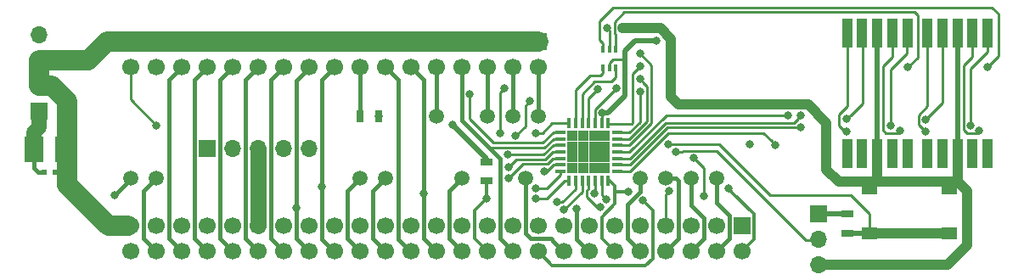
<source format=gbr>
G04 #@! TF.GenerationSoftware,KiCad,Pcbnew,(5.99.0-576-ga860ac506)*
G04 #@! TF.CreationDate,2020-08-23T19:59:58+02:00*
G04 #@! TF.ProjectId,50 pin to 34 pin Floppy Adapter,35302070-696e-4207-946f-203334207069,rev?*
G04 #@! TF.SameCoordinates,Original*
G04 #@! TF.FileFunction,Copper,L1,Top*
G04 #@! TF.FilePolarity,Positive*
%FSLAX46Y46*%
G04 Gerber Fmt 4.6, Leading zero omitted, Abs format (unit mm)*
G04 Created by KiCad (PCBNEW (5.99.0-576-ga860ac506)) date 2020-08-23 19:59:58*
%MOMM*%
%LPD*%
G04 APERTURE LIST*
%ADD10R,0.400000X0.650000*%
%ADD11C,1.500000*%
%ADD12R,1.700000X1.700000*%
%ADD13C,1.700000*%
%ADD14R,1.950000X2.500000*%
%ADD15R,0.600000X0.500000*%
%ADD16O,1.700000X1.700000*%
%ADD17R,1.300000X0.700000*%
%ADD18R,0.700000X1.300000*%
%ADD19R,1.000000X3.000000*%
%ADD20R,1.550000X1.300000*%
%ADD21R,0.370000X1.000000*%
%ADD22R,1.000000X0.370000*%
%ADD23R,1.062500X1.062500*%
%ADD24C,0.800000*%
%ADD25C,0.500000*%
%ADD26C,1.600000*%
%ADD27C,0.400000*%
%ADD28C,2.000000*%
%ADD29C,1.000000*%
%ADD30C,0.250000*%
%ADD31C,1.500000*%
%ADD32C,0.430000*%
%ADD33C,0.350000*%
G04 APERTURE END LIST*
D10*
X80122000Y-26413500D03*
X81422000Y-26413500D03*
X80772000Y-24513500D03*
X80772000Y-26413500D03*
X81422000Y-24513500D03*
X80122000Y-24513500D03*
D11*
X71120000Y-31178500D03*
D12*
X93980000Y-42164000D03*
D13*
X93980000Y-44704000D03*
X91440000Y-42164000D03*
X91440000Y-44704000D03*
X88900000Y-42164000D03*
X88900000Y-44704000D03*
X86360000Y-42164000D03*
X86360000Y-44704000D03*
X83820000Y-42164000D03*
X83820000Y-44704000D03*
X81280000Y-42164000D03*
X81280000Y-44704000D03*
X78740000Y-42164000D03*
X78740000Y-44704000D03*
X76200000Y-42164000D03*
X76200000Y-44704000D03*
X73660000Y-42164000D03*
X73660000Y-44704000D03*
X71120000Y-42164000D03*
X71120000Y-44704000D03*
X68580000Y-42164000D03*
X68580000Y-44704000D03*
X66040000Y-42164000D03*
X66040000Y-44704000D03*
X63500000Y-42164000D03*
X63500000Y-44704000D03*
X60960000Y-42164000D03*
X60960000Y-44704000D03*
X58420000Y-42164000D03*
X58420000Y-44704000D03*
X55880000Y-42164000D03*
X55880000Y-44704000D03*
X53340000Y-42164000D03*
X53340000Y-44704000D03*
X50800000Y-42164000D03*
X50800000Y-44704000D03*
X48260000Y-42164000D03*
X48260000Y-44704000D03*
X45720000Y-42164000D03*
X45720000Y-44704000D03*
X43180000Y-42164000D03*
X43180000Y-44704000D03*
X40640000Y-42164000D03*
X40640000Y-44704000D03*
X38100000Y-42164000D03*
X38100000Y-44704000D03*
X35560000Y-42164000D03*
X35560000Y-44704000D03*
X33020000Y-42164000D03*
X33020000Y-44704000D03*
D14*
X23430500Y-34480500D03*
X26480500Y-34480500D03*
D15*
X24405500Y-36830000D03*
X25505500Y-36830000D03*
D12*
X40640000Y-34417000D03*
D16*
X43180000Y-34417000D03*
X45720000Y-34417000D03*
X48260000Y-34417000D03*
X50800000Y-34417000D03*
D17*
X68516500Y-35755500D03*
X68516500Y-37655500D03*
D18*
X57782500Y-31178500D03*
X55882500Y-31178500D03*
D17*
X104521000Y-42860000D03*
X104521000Y-40960000D03*
D19*
X112500000Y-34919500D03*
X114000000Y-34919500D03*
X115500000Y-34919500D03*
X117000000Y-34919500D03*
X118500000Y-34919500D03*
X118500000Y-22919500D03*
X117000000Y-22919500D03*
X115500000Y-22919500D03*
X114000000Y-22919500D03*
X112500000Y-22919500D03*
X104499000Y-34919500D03*
X105999000Y-34919500D03*
X107499000Y-34919500D03*
X108999000Y-34919500D03*
X110499000Y-34919500D03*
X110499000Y-22919500D03*
X108999000Y-22919500D03*
X107499000Y-22919500D03*
X105999000Y-22919500D03*
X104499000Y-22919500D03*
D20*
X114660500Y-38390000D03*
X114660500Y-42890000D03*
X106700500Y-42890000D03*
X106700500Y-38390000D03*
D21*
X76766750Y-37624750D03*
X77416750Y-37624750D03*
X78066750Y-37624750D03*
X78716750Y-37624750D03*
X79366750Y-37624750D03*
X80016750Y-37624750D03*
X80666750Y-37624750D03*
D22*
X81566750Y-36724750D03*
X81566750Y-36074750D03*
X81566750Y-35424750D03*
X81566750Y-34774750D03*
X81566750Y-34124750D03*
X81566750Y-33474750D03*
X81566750Y-32824750D03*
D21*
X80666750Y-31924750D03*
X80016750Y-31924750D03*
X79366750Y-31924750D03*
X78716750Y-31924750D03*
X78066750Y-31924750D03*
X77416750Y-31924750D03*
X76766750Y-31924750D03*
D22*
X75866750Y-32824750D03*
X75866750Y-33474750D03*
X75866750Y-34124750D03*
X75866750Y-34774750D03*
X75866750Y-35424750D03*
X75866750Y-36074750D03*
X75866750Y-36724750D03*
D23*
X80310500Y-33181000D03*
X79248000Y-33181000D03*
X78185500Y-33181000D03*
X77123000Y-33181000D03*
X80310500Y-34243500D03*
X79248000Y-34243500D03*
X78185500Y-34243500D03*
X77123000Y-34243500D03*
X80310500Y-35306000D03*
X79248000Y-35306000D03*
X78185500Y-35306000D03*
X77123000Y-35306000D03*
X80310500Y-36368500D03*
X79248000Y-36368500D03*
X78185500Y-36368500D03*
X77123000Y-36368500D03*
D13*
X33020000Y-26290000D03*
X33020000Y-23750000D03*
X35560000Y-26290000D03*
X35560000Y-23750000D03*
X38100000Y-26290000D03*
X38100000Y-23750000D03*
X40640000Y-26290000D03*
X40640000Y-23750000D03*
X43180000Y-26290000D03*
X43180000Y-23750000D03*
X45720000Y-26290000D03*
X45720000Y-23750000D03*
X48260000Y-26290000D03*
X48260000Y-23750000D03*
X50800000Y-26290000D03*
X50800000Y-23750000D03*
X53340000Y-26290000D03*
X53340000Y-23750000D03*
X55880000Y-26290000D03*
X55880000Y-23750000D03*
X58420000Y-26290000D03*
X58420000Y-23750000D03*
X60960000Y-26290000D03*
X60960000Y-23750000D03*
X63500000Y-26290000D03*
X63500000Y-23750000D03*
X66040000Y-26290000D03*
X66040000Y-23750000D03*
X68580000Y-26290000D03*
X68580000Y-23750000D03*
X71120000Y-26290000D03*
X71120000Y-23750000D03*
X73660000Y-26290000D03*
D12*
X73660000Y-23750000D03*
D16*
X23876000Y-23114000D03*
X23876000Y-25654000D03*
X23876000Y-28194000D03*
D12*
X23876000Y-30734000D03*
D11*
X33020000Y-37401500D03*
X35560000Y-37401500D03*
X55880000Y-37401500D03*
X58420000Y-37401500D03*
X66040000Y-37401500D03*
X72390000Y-37401500D03*
X83820000Y-37401500D03*
X86360000Y-37401500D03*
X88900000Y-37401500D03*
X91440000Y-37401500D03*
X63500000Y-31178500D03*
X68580000Y-31178500D03*
X73660000Y-31178500D03*
D16*
X101663500Y-46037500D03*
X101663500Y-43497500D03*
D12*
X101663500Y-40957500D03*
D24*
X85471000Y-23685500D03*
X77470000Y-40449500D03*
X31432500Y-39052500D03*
X49530000Y-40322500D03*
X57785000Y-31178500D03*
X94805500Y-34036000D03*
X82105500Y-22415500D03*
X97345500Y-34099500D03*
X99885500Y-32348000D03*
X83820000Y-24955500D03*
X83820000Y-26225500D03*
X83820000Y-27495500D03*
X83820000Y-28765500D03*
X118484500Y-34888500D03*
X117024000Y-34888500D03*
X112579000Y-34888500D03*
X113976000Y-34888500D03*
X110483500Y-34952000D03*
X109023000Y-34952000D03*
X105975000Y-34952000D03*
X104514500Y-34952000D03*
X116809510Y-32120000D03*
X110534002Y-26341500D03*
X118484502Y-26278000D03*
X104425500Y-32755000D03*
X104425462Y-31498255D03*
X112337986Y-31548500D03*
X112299500Y-32755000D03*
X117633500Y-32691500D03*
X109808990Y-32628000D03*
X108859010Y-32119999D03*
X70739000Y-37401500D03*
X70739000Y-36258500D03*
X80091760Y-30897405D03*
X80518000Y-22415500D03*
X74273302Y-36692917D03*
X76263500Y-40513000D03*
X75526990Y-39789010D03*
X73469500Y-39433500D03*
X73460653Y-38433527D03*
X68516500Y-39433500D03*
X35623500Y-32131000D03*
X92646500Y-38417500D03*
X90170000Y-39142500D03*
X79863431Y-40303636D03*
X80454500Y-39497000D03*
X86781345Y-38685335D03*
X82677000Y-38735000D03*
X84103709Y-39623680D03*
X86614000Y-34036000D03*
X87439500Y-34798000D03*
X89154000Y-35369500D03*
X79284990Y-38940149D03*
X52070000Y-38200490D03*
X66865500Y-29019500D03*
X69850000Y-32893000D03*
X73469500Y-32893000D03*
X71443314Y-33141186D03*
X72834500Y-29718000D03*
X98597376Y-31135510D03*
X90297000Y-30035500D03*
X99906010Y-31135510D03*
X81474998Y-28443177D03*
X79629000Y-28484990D03*
X70294500Y-28421490D03*
X70612000Y-35052000D03*
X65151000Y-32067500D03*
X62230000Y-38925500D03*
D25*
X84905315Y-23685500D02*
X85471000Y-23685500D01*
X83375500Y-23685500D02*
X84905315Y-23685500D01*
X82359500Y-24701500D02*
X83375500Y-23685500D01*
D26*
X45720000Y-42164000D02*
X45720000Y-40961919D01*
X45720000Y-40961919D02*
X45720000Y-34417000D01*
D27*
X77470000Y-41015185D02*
X77470000Y-40449500D01*
X78740000Y-44767500D02*
X77470000Y-43497500D01*
X77470000Y-43497500D02*
X77470000Y-41015185D01*
X69850000Y-43434000D02*
X69850000Y-35433000D01*
X69850000Y-35433000D02*
X66040000Y-31623000D01*
X71120000Y-44704000D02*
X69850000Y-43434000D01*
X66040000Y-31623000D02*
X66040000Y-31369000D01*
X63500000Y-44704000D02*
X62230000Y-43434000D01*
X62230000Y-27559000D02*
X60960000Y-26289000D01*
D28*
X30861000Y-42164000D02*
X26733500Y-38036500D01*
X32829500Y-42164000D02*
X30861000Y-42164000D01*
X26733500Y-38036500D02*
X26733500Y-29718000D01*
X26733500Y-29718000D02*
X25209500Y-28194000D01*
X25209500Y-28194000D02*
X23876000Y-28194000D01*
D27*
X33020000Y-37465000D02*
X31432500Y-39052500D01*
X34290000Y-43434000D02*
X34290000Y-38671500D01*
X35560000Y-44704000D02*
X34290000Y-43434000D01*
X34290000Y-38671500D02*
X34810001Y-38151499D01*
X34810001Y-38151499D02*
X35560000Y-37401500D01*
D29*
X114490500Y-46037500D02*
X116459000Y-44069000D01*
X101663500Y-46037500D02*
X114490500Y-46037500D01*
X116459000Y-44069000D02*
X116459000Y-38671500D01*
X116459000Y-38671500D02*
X115506500Y-37719000D01*
X114645000Y-42890000D02*
X114681000Y-42926000D01*
X106700500Y-42890000D02*
X114645000Y-42890000D01*
D30*
X106741000Y-42860000D02*
X106743500Y-42862500D01*
D25*
X104521000Y-42860000D02*
X106741000Y-42860000D01*
X101663500Y-40957500D02*
X104584500Y-40957500D01*
D29*
X107499000Y-34919500D02*
X107499000Y-37719000D01*
X107499000Y-37719000D02*
X108548500Y-37719000D01*
D27*
X49530000Y-43434000D02*
X49530000Y-40322500D01*
X49530000Y-40322500D02*
X49530000Y-27622500D01*
X52070000Y-27561000D02*
X52070000Y-39687500D01*
X52070000Y-39687500D02*
X52070000Y-43497500D01*
D30*
X82836455Y-36068000D02*
X86556455Y-32348000D01*
X81566750Y-36068000D02*
X82836455Y-36068000D01*
X86556455Y-32348000D02*
X99885500Y-32348000D01*
X82795250Y-34099500D02*
X84995011Y-31899739D01*
X84995011Y-26130511D02*
X83820000Y-24955500D01*
X81566750Y-34099500D02*
X82795250Y-34099500D01*
X84995011Y-31899739D02*
X84995011Y-26130511D01*
X82793840Y-33464500D02*
X84545000Y-31713340D01*
X81566750Y-33464500D02*
X82793840Y-33464500D01*
X84545000Y-31713340D02*
X84545000Y-28220500D01*
X84545000Y-28220500D02*
X84219999Y-27895499D01*
X84219999Y-27895499D02*
X83820000Y-27495500D01*
X82792430Y-32829500D02*
X83820000Y-31801930D01*
X81566750Y-32829500D02*
X82792430Y-32829500D01*
X83820000Y-31801930D02*
X83820000Y-29331185D01*
X83820000Y-29331185D02*
X83820000Y-28765500D01*
X82333500Y-28283500D02*
X82359500Y-28257500D01*
X82994500Y-31940500D02*
X83058000Y-31877000D01*
X80666750Y-31940500D02*
X82994500Y-31940500D01*
X83058000Y-31877000D02*
X83058000Y-26987500D01*
X83058000Y-26987500D02*
X83820000Y-26225500D01*
D27*
X64770000Y-43434000D02*
X64770000Y-38671500D01*
X66040000Y-44704000D02*
X64770000Y-43434000D01*
X64770000Y-38671500D02*
X65290001Y-38151499D01*
X65290001Y-38151499D02*
X66040000Y-37401500D01*
X66040000Y-31369000D02*
X66040000Y-26289000D01*
X57150000Y-43434000D02*
X57150000Y-38671500D01*
X58420000Y-44704000D02*
X57150000Y-43434000D01*
X57150000Y-38671500D02*
X57670001Y-38151499D01*
X57670001Y-38151499D02*
X58420000Y-37401500D01*
X54610000Y-43434000D02*
X54610000Y-38671500D01*
X55880000Y-44704000D02*
X54610000Y-43434000D01*
X54610000Y-38671500D02*
X55130001Y-38151499D01*
X55130001Y-38151499D02*
X55880000Y-37401500D01*
X53341000Y-26290000D02*
X52070000Y-27561000D01*
D30*
X53340000Y-26290000D02*
X53341000Y-26290000D01*
D27*
X52070000Y-43497500D02*
X53340000Y-44767500D01*
X50800000Y-44704000D02*
X49530000Y-43434000D01*
X49530000Y-27622500D02*
X50800000Y-26352500D01*
X46990000Y-43434000D02*
X46990000Y-27559000D01*
X48260000Y-44704000D02*
X46990000Y-43434000D01*
X46990000Y-27559000D02*
X48260000Y-26289000D01*
X44450000Y-43434000D02*
X44450000Y-27559000D01*
X45720000Y-44704000D02*
X44450000Y-43434000D01*
X44450000Y-27559000D02*
X45720000Y-26289000D01*
X41910000Y-27560000D02*
X41910000Y-43434000D01*
X43180000Y-26290000D02*
X41910000Y-27560000D01*
X41910000Y-43434000D02*
X43180000Y-44704000D01*
X39370000Y-43434000D02*
X39370000Y-27559000D01*
X40640000Y-44704000D02*
X39370000Y-43434000D01*
X39370000Y-27559000D02*
X40640000Y-26289000D01*
X36830000Y-43434000D02*
X36830000Y-27559000D01*
X38100000Y-44704000D02*
X36830000Y-43434000D01*
X36830000Y-27559000D02*
X38100000Y-26289000D01*
D31*
X23876000Y-32321500D02*
X23368000Y-32829500D01*
X23876000Y-30734000D02*
X23876000Y-32321500D01*
X23368000Y-32829500D02*
X23368000Y-34417000D01*
D27*
X23368000Y-34417000D02*
X23368000Y-36385500D01*
X23368000Y-36385500D02*
X23812500Y-36830000D01*
X23812500Y-36830000D02*
X24384000Y-36830000D01*
D28*
X28829000Y-25654000D02*
X30733000Y-23750000D01*
X23876000Y-25654000D02*
X28829000Y-25654000D01*
X30733000Y-23750000D02*
X33020000Y-23750000D01*
D27*
X59690000Y-43497500D02*
X59690000Y-27559000D01*
X59690000Y-27559000D02*
X58420000Y-26289000D01*
X60960000Y-44767500D02*
X59690000Y-43497500D01*
D28*
X23876000Y-26856081D02*
X23876000Y-28194000D01*
X23876000Y-25654000D02*
X23876000Y-26856081D01*
D29*
X115500000Y-34919500D02*
X115500000Y-37712500D01*
D30*
X115500000Y-37712500D02*
X115506500Y-37719000D01*
D29*
X108548500Y-37719000D02*
X115506500Y-37719000D01*
D27*
X63500000Y-26290000D02*
X63500000Y-31178500D01*
X68580000Y-26290000D02*
X68580000Y-31178500D01*
D28*
X71120000Y-23749000D02*
X73660000Y-23749000D01*
X68580000Y-23749000D02*
X71120000Y-23749000D01*
X66040000Y-23749000D02*
X68580000Y-23749000D01*
X63500000Y-23749000D02*
X66040000Y-23749000D01*
X60960000Y-23749000D02*
X63500000Y-23749000D01*
X58420000Y-23749000D02*
X60960000Y-23749000D01*
X55880000Y-23749000D02*
X58420000Y-23749000D01*
X53340000Y-23749000D02*
X55880000Y-23749000D01*
X50800000Y-23749000D02*
X53340000Y-23749000D01*
X48260000Y-23749000D02*
X50800000Y-23749000D01*
X45720000Y-23749000D02*
X48260000Y-23749000D01*
X43180000Y-23749000D02*
X45720000Y-23749000D01*
X40640000Y-23749000D02*
X43180000Y-23749000D01*
X38100000Y-23749000D02*
X40640000Y-23749000D01*
X34223081Y-23749000D02*
X38100000Y-23749000D01*
X33020000Y-23750000D02*
X34222081Y-23750000D01*
X34222081Y-23750000D02*
X34223081Y-23749000D01*
D30*
X118522500Y-24754000D02*
X118522500Y-22912500D01*
X116809510Y-32120000D02*
X116809510Y-26466990D01*
X116809510Y-26466990D02*
X118522500Y-24754000D01*
D25*
X107499000Y-34952000D02*
X107473500Y-34977500D01*
X107499000Y-22919500D02*
X107499000Y-34952000D01*
X115500000Y-34825000D02*
X115436500Y-34888500D01*
X115500000Y-22919500D02*
X115500000Y-34825000D01*
D30*
X104489000Y-22912500D02*
X104425500Y-22976000D01*
X106013000Y-29910717D02*
X104825461Y-31098256D01*
X104825461Y-31098256D02*
X104425462Y-31498255D01*
X106013000Y-22976000D02*
X106013000Y-29910717D01*
X104298500Y-32755000D02*
X104425500Y-32755000D01*
X103663500Y-31040500D02*
X103663500Y-32120000D01*
X103663500Y-32120000D02*
X104298500Y-32755000D01*
X104499000Y-22919500D02*
X104499000Y-30205000D01*
X104499000Y-30205000D02*
X103663500Y-31040500D01*
X112337986Y-31548500D02*
X114014000Y-29872486D01*
X114014000Y-29872486D02*
X114014000Y-22976000D01*
X111612985Y-31092015D02*
X112490000Y-30215000D01*
X111612985Y-32062670D02*
X111612985Y-31092015D01*
X112490000Y-30215000D02*
X112490000Y-22976000D01*
X112299500Y-32755000D02*
X112299500Y-32749185D01*
X112299500Y-32749185D02*
X111612985Y-32062670D01*
X116998500Y-25262000D02*
X116084509Y-26175991D01*
X116998500Y-22912500D02*
X116998500Y-25262000D01*
X116084509Y-26175991D02*
X116084509Y-32539509D01*
X116084509Y-32539509D02*
X116427000Y-32882000D01*
X117443000Y-32882000D02*
X117633500Y-32691500D01*
X116427000Y-32882000D02*
X117443000Y-32882000D01*
X108997500Y-25325500D02*
X108081998Y-26241002D01*
X108997500Y-22912500D02*
X108997500Y-25325500D01*
X109554990Y-32882000D02*
X109808990Y-32628000D01*
X108081998Y-26241002D02*
X108081998Y-32595000D01*
X108368998Y-32882000D02*
X109554990Y-32882000D01*
X108081998Y-32595000D02*
X108368998Y-32882000D01*
X108859010Y-31554314D02*
X108859010Y-32119999D01*
X110458000Y-24944500D02*
X108859010Y-26543490D01*
X110458000Y-22912500D02*
X110458000Y-24944500D01*
X108859010Y-26543490D02*
X108859010Y-31554314D01*
D25*
X82359500Y-29195350D02*
X80657445Y-30897405D01*
D30*
X80016750Y-30972415D02*
X80091760Y-30897405D01*
D25*
X80657445Y-30897405D02*
X80091760Y-30897405D01*
X82359500Y-28257500D02*
X82359500Y-29195350D01*
D30*
X80016750Y-31924750D02*
X80016750Y-30972415D01*
X111537500Y-25338002D02*
X110534002Y-26341500D01*
X111537500Y-21134500D02*
X111537500Y-25338002D01*
X111231000Y-20828000D02*
X111537500Y-21134500D01*
X81407000Y-23050500D02*
X81280000Y-22923500D01*
X82232500Y-20828000D02*
X111231000Y-20828000D01*
X81407000Y-24511000D02*
X81407000Y-23050500D01*
X81280000Y-22923500D02*
X81280000Y-21780500D01*
X81280000Y-21780500D02*
X82232500Y-20828000D01*
X118884501Y-25878001D02*
X118484502Y-26278000D01*
X119602000Y-25160502D02*
X118884501Y-25878001D01*
X80122000Y-23938500D02*
X79756000Y-23572500D01*
X79756000Y-21717000D02*
X81122990Y-20350010D01*
X118944510Y-20350010D02*
X119602000Y-21007500D01*
X81122990Y-20350010D02*
X118944510Y-20350010D01*
X80122000Y-24513500D02*
X80122000Y-23938500D01*
X119602000Y-21007500D02*
X119602000Y-25160502D01*
X79756000Y-23572500D02*
X79756000Y-21717000D01*
D25*
X82359500Y-25781000D02*
X82359500Y-24701500D01*
X82359500Y-28257500D02*
X82359500Y-25781000D01*
D30*
X74407650Y-35517905D02*
X71479595Y-35517905D01*
X72172584Y-35967916D02*
X71138999Y-37001501D01*
X74594049Y-35967916D02*
X72172584Y-35967916D01*
X71138999Y-37001501D02*
X70739000Y-37401500D01*
X74559083Y-36692917D02*
X74273302Y-36692917D01*
X71479595Y-35517905D02*
X71138999Y-35858501D01*
X71138999Y-35858501D02*
X70739000Y-36258500D01*
X75127555Y-34798000D02*
X74407650Y-35517905D01*
X75128965Y-35433000D02*
X74594049Y-35967916D01*
X75882500Y-34798000D02*
X75127555Y-34798000D01*
X75184000Y-36068000D02*
X74559083Y-36692917D01*
X75882500Y-36068000D02*
X75184000Y-36068000D01*
X75866750Y-35433000D02*
X75128965Y-35433000D01*
X78066750Y-38709750D02*
X76263500Y-40513000D01*
X78066750Y-37624750D02*
X78066750Y-38709750D01*
X77416750Y-37655500D02*
X77416750Y-38464935D01*
X76092675Y-39789010D02*
X75526990Y-39789010D01*
X77416750Y-38464935D02*
X76092675Y-39789010D01*
D27*
X62230000Y-39052500D02*
X62230000Y-27559000D01*
X62230000Y-43434000D02*
X62230000Y-39052500D01*
D32*
X72898000Y-43434000D02*
X74930000Y-43434000D01*
X74930000Y-43434000D02*
X75350001Y-43854001D01*
X72390000Y-37465000D02*
X72390000Y-42926000D01*
X75350001Y-43854001D02*
X76200000Y-44704000D01*
X72390000Y-42926000D02*
X72898000Y-43434000D01*
D33*
X68516500Y-37655500D02*
X68516500Y-39433500D01*
X67310000Y-43434000D02*
X67310000Y-40640000D01*
X68116501Y-39833499D02*
X68516500Y-39433500D01*
X68580000Y-44704000D02*
X67310000Y-43434000D01*
X67310000Y-40640000D02*
X68116501Y-39833499D01*
D30*
X33020000Y-29527500D02*
X35623500Y-32131000D01*
X33020000Y-26290000D02*
X33020000Y-29527500D01*
X82867500Y-36703000D02*
X86640501Y-32929999D01*
X96175999Y-32929999D02*
X96945501Y-33699501D01*
X81566750Y-36703000D02*
X82867500Y-36703000D01*
X86640501Y-32929999D02*
X96175999Y-32929999D01*
X96945501Y-33699501D02*
X97345500Y-34099500D01*
D33*
X93980000Y-44704000D02*
X95205001Y-43478999D01*
X95205001Y-43478999D02*
X95205001Y-40976001D01*
X95205001Y-40976001D02*
X93046499Y-38817499D01*
X93046499Y-38817499D02*
X92646500Y-38417500D01*
D27*
X91440000Y-39836830D02*
X91440000Y-37401500D01*
X91440000Y-44704000D02*
X92710000Y-43434000D01*
X92710000Y-41106830D02*
X91440000Y-39836830D01*
X92710000Y-43434000D02*
X92710000Y-41106830D01*
X90170000Y-41402000D02*
X88900000Y-40132000D01*
X88900000Y-40132000D02*
X88900000Y-37401500D01*
X88900000Y-44704000D02*
X90170000Y-43434000D01*
X90170000Y-43434000D02*
X90170000Y-41402000D01*
D33*
X80804750Y-37624750D02*
X81343500Y-38163500D01*
X81343500Y-38163500D02*
X81343500Y-39243000D01*
X80666750Y-37624750D02*
X80804750Y-37624750D01*
X81343500Y-39941500D02*
X80010000Y-41275000D01*
X81343500Y-39243000D02*
X81343500Y-39941500D01*
X80010000Y-41275000D02*
X80010000Y-43434000D01*
X80010000Y-43434000D02*
X81280000Y-44704000D01*
D27*
X87630000Y-43434000D02*
X87630000Y-37610840D01*
X87420660Y-37401500D02*
X86360000Y-37401500D01*
X86360000Y-44704000D02*
X87630000Y-43434000D01*
X87630000Y-37610840D02*
X87420660Y-37401500D01*
D30*
X86360000Y-42164000D02*
X86360000Y-39106680D01*
X86360000Y-39106680D02*
X86781345Y-38685335D01*
D27*
X83820000Y-38776004D02*
X83820000Y-37401500D01*
X82550000Y-40046004D02*
X83820000Y-38776004D01*
X83820000Y-44704000D02*
X82550000Y-43434000D01*
D33*
X84391500Y-46101000D02*
X85090000Y-45402500D01*
X84503708Y-40023679D02*
X84103709Y-39623680D01*
X75057000Y-46101000D02*
X84391500Y-46101000D01*
X73660000Y-44704000D02*
X75057000Y-46101000D01*
X85090000Y-45402500D02*
X85090000Y-40609971D01*
X85090000Y-40609971D02*
X84503708Y-40023679D01*
D27*
X82550000Y-43434000D02*
X82550000Y-40046004D01*
D30*
X106700500Y-42890000D02*
X106700500Y-40978000D01*
X106700500Y-40978000D02*
X104838500Y-39116000D01*
X104838500Y-39116000D02*
X96837500Y-39116000D01*
X96837500Y-39116000D02*
X91757500Y-34036000D01*
X91757500Y-34036000D02*
X86614000Y-34036000D01*
X90170000Y-39142500D02*
X90170000Y-36385500D01*
X88158687Y-34644498D02*
X88005185Y-34798000D01*
X101663500Y-43561000D02*
X100393500Y-43561000D01*
X91476998Y-34644498D02*
X88158687Y-34644498D01*
X88005185Y-34798000D02*
X87439500Y-34798000D01*
X100393500Y-43561000D02*
X91476998Y-34644498D01*
X90170000Y-36385500D02*
X89154000Y-35369500D01*
D33*
X82111315Y-38735000D02*
X82677000Y-38735000D01*
X81407000Y-38735000D02*
X82111315Y-38735000D01*
X81343500Y-39243000D02*
X81343500Y-38798500D01*
X81343500Y-38798500D02*
X81407000Y-38735000D01*
D30*
X80010000Y-39052500D02*
X80454500Y-39497000D01*
X80010000Y-37655500D02*
X80010000Y-39052500D01*
X79375000Y-38850139D02*
X79284990Y-38940149D01*
X79375000Y-37592000D02*
X79375000Y-38850139D01*
X79546636Y-40303636D02*
X79863431Y-40303636D01*
X78516761Y-38647237D02*
X78516761Y-39273761D01*
X78716746Y-37655500D02*
X78716746Y-38447252D01*
X78516761Y-39273761D02*
X79546636Y-40303636D01*
X78716746Y-38447252D02*
X78516761Y-38647237D01*
X74549000Y-39433500D02*
X73469500Y-39433500D01*
X76766750Y-37624750D02*
X76357750Y-37624750D01*
X76357750Y-37624750D02*
X74549000Y-39433500D01*
X74532973Y-38433527D02*
X73460653Y-38433527D01*
X75882500Y-36703000D02*
X75882500Y-37084000D01*
X75882500Y-37084000D02*
X74532973Y-38433527D01*
X81121250Y-25527000D02*
X80772000Y-25876250D01*
X82359500Y-25781000D02*
X82359500Y-25527000D01*
X80772000Y-25876250D02*
X80772000Y-26416000D01*
X82359500Y-25527000D02*
X81121250Y-25527000D01*
D27*
X52070000Y-39687500D02*
X52070000Y-38200490D01*
X55880000Y-27492081D02*
X55880000Y-31178500D01*
X55880000Y-26290000D02*
X55880000Y-27492081D01*
X71120000Y-26290000D02*
X71120000Y-31178500D01*
X73660000Y-31115000D02*
X73660000Y-31178500D01*
X73660000Y-26291000D02*
X73660000Y-31115000D01*
X73660000Y-26290000D02*
X73659000Y-26290000D01*
X73659000Y-26290000D02*
X73660000Y-26291000D01*
D30*
X98031691Y-31135510D02*
X98597376Y-31135510D01*
X81566750Y-34798000D02*
X82801500Y-34798000D01*
X86463990Y-31135510D02*
X98031691Y-31135510D01*
X82801500Y-34798000D02*
X86463990Y-31135510D01*
X81566750Y-35433000D02*
X82816500Y-35433000D01*
X99181008Y-31860512D02*
X99506011Y-31535509D01*
X99506011Y-31535509D02*
X99906010Y-31135510D01*
X86388988Y-31860512D02*
X99181008Y-31860512D01*
X82816500Y-35433000D02*
X86388988Y-31860512D01*
D29*
X102425500Y-36512500D02*
X103632000Y-37719000D01*
X100584000Y-30035500D02*
X102425500Y-31877000D01*
X85852000Y-22415500D02*
X86931500Y-23495000D01*
X82105500Y-22415500D02*
X85852000Y-22415500D01*
X103632000Y-37719000D02*
X108548500Y-37719000D01*
X86931500Y-23495000D02*
X86931500Y-29273500D01*
X102425500Y-31877000D02*
X102425500Y-36512500D01*
X86931500Y-29273500D02*
X87693500Y-30035500D01*
X87693500Y-30035500D02*
X100584000Y-30035500D01*
D30*
X79883000Y-27114500D02*
X78867000Y-27114500D01*
X80122000Y-26413500D02*
X80122000Y-26875500D01*
X77416750Y-28564750D02*
X77416750Y-31924750D01*
X78867000Y-27114500D02*
X77416750Y-28564750D01*
X80122000Y-26875500D02*
X79883000Y-27114500D01*
X79366750Y-30551425D02*
X81474998Y-28443177D01*
X79366750Y-31924750D02*
X79366750Y-30551425D01*
X78716750Y-31924750D02*
X78716750Y-29397240D01*
X78066750Y-28974236D02*
X78066750Y-31174750D01*
X81422000Y-27353500D02*
X81015512Y-27759988D01*
X78716750Y-29397240D02*
X79629000Y-28484990D01*
X81015512Y-27759988D02*
X79280998Y-27759988D01*
X78066750Y-31174750D02*
X78066750Y-31924750D01*
X81422000Y-26413500D02*
X81422000Y-27353500D01*
X79280998Y-27759988D02*
X78066750Y-28974236D01*
X71443314Y-33141186D02*
X72390000Y-32194500D01*
X72390000Y-30162500D02*
X72834500Y-29718000D01*
X72390000Y-32194500D02*
X72390000Y-30162500D01*
X69850000Y-28865990D02*
X70294500Y-28421490D01*
X69850000Y-32893000D02*
X69850000Y-28865990D01*
X75186821Y-32829500D02*
X74139334Y-33876987D01*
X75819000Y-32829500D02*
X75186821Y-32829500D01*
X66865500Y-29585185D02*
X66865500Y-29019500D01*
X74139334Y-33876987D02*
X69246487Y-33876987D01*
X69246487Y-33876987D02*
X66865500Y-31496000D01*
X66865500Y-31496000D02*
X66865500Y-29585185D01*
X74237144Y-35052000D02*
X71177685Y-35052000D01*
X75189644Y-34099500D02*
X74237144Y-35052000D01*
X75866750Y-34099500D02*
X75189644Y-34099500D01*
X71177685Y-35052000D02*
X70612000Y-35052000D01*
X75188233Y-33464500D02*
X75866750Y-33464500D01*
X67595750Y-33178750D02*
X68743998Y-34326998D01*
X74325734Y-34326998D02*
X75188233Y-33464500D01*
X68743998Y-34326998D02*
X74325734Y-34326998D01*
D25*
X68516500Y-35433000D02*
X65550999Y-32467499D01*
X65550999Y-32467499D02*
X65151000Y-32067500D01*
X68516500Y-35750500D02*
X68516500Y-35433000D01*
D30*
X80772000Y-22669500D02*
X80518000Y-22415500D01*
X80772000Y-24511000D02*
X80772000Y-22669500D01*
X74104500Y-32893000D02*
X73469500Y-32893000D01*
X76766750Y-31924750D02*
X75072750Y-31924750D01*
X75072750Y-31924750D02*
X74104500Y-32893000D01*
M02*

</source>
